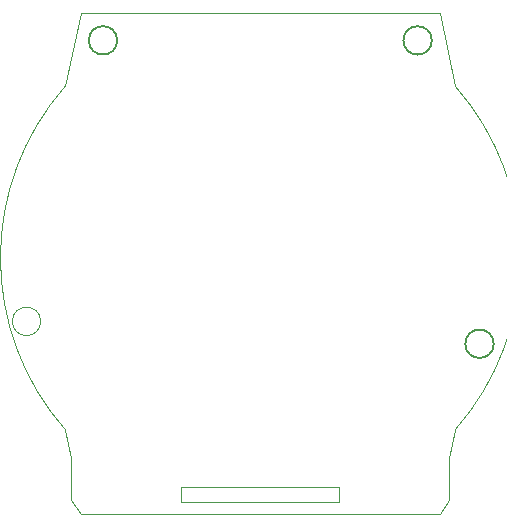
<source format=gbr>
G04 #@! TF.GenerationSoftware,KiCad,Pcbnew,5.1.8-1.fc33*
G04 #@! TF.CreationDate,2021-08-02T18:18:18+02:00*
G04 #@! TF.ProjectId,sense,73656e73-652e-46b6-9963-61645f706362,rev?*
G04 #@! TF.SameCoordinates,Original*
G04 #@! TF.FileFunction,Profile,NP*
%FSLAX46Y46*%
G04 Gerber Fmt 4.6, Leading zero omitted, Abs format (unit mm)*
G04 Created by KiCad (PCBNEW 5.1.8-1.fc33) date 2021-08-02 18:18:18*
%MOMM*%
%LPD*%
G01*
G04 APERTURE LIST*
G04 #@! TA.AperFunction,Profile*
%ADD10C,0.050000*%
G04 #@! TD*
G04 #@! TA.AperFunction,Profile*
%ADD11C,0.200000*%
G04 #@! TD*
G04 APERTURE END LIST*
D10*
X175505039Y-139275628D02*
X174690000Y-140462000D01*
D11*
X147390000Y-100350000D02*
G75*
G03*
X147390000Y-100350000I-1200000J0D01*
G01*
X179270000Y-126040000D02*
G75*
G03*
X179270000Y-126040000I-1200000J0D01*
G01*
X174030000Y-100350000D02*
G75*
G03*
X174030000Y-100350000I-1200000J0D01*
G01*
D10*
X140920000Y-124140000D02*
G75*
G03*
X140920000Y-124140000I-1200000J0D01*
G01*
X175505039Y-135715628D02*
X175505039Y-139275628D01*
X176009999Y-133319999D02*
X175505039Y-135715628D01*
X143005040Y-133314371D02*
X143510000Y-135710000D01*
X143510000Y-139270000D02*
X144330000Y-140462000D01*
X143510000Y-135710000D02*
X143510000Y-139270000D01*
X152810000Y-138150000D02*
X152810000Y-139400000D01*
X166210000Y-138150000D02*
X152810000Y-138150000D01*
X166210000Y-139400000D02*
X166210000Y-138150000D01*
X152810000Y-139400000D02*
X166210000Y-139400000D01*
X144330000Y-140462000D02*
X174690000Y-140462000D01*
X144330000Y-98000000D02*
X174700000Y-98000000D01*
X176014960Y-104225629D02*
G75*
G02*
X176009999Y-133319999I-16504960J-14544371D01*
G01*
X143005040Y-133314371D02*
G75*
G02*
X143010001Y-104220001I16504960J14544371D01*
G01*
X143010001Y-104220001D02*
X144330000Y-98000000D01*
X176014960Y-104225629D02*
X174700000Y-98000000D01*
M02*

</source>
